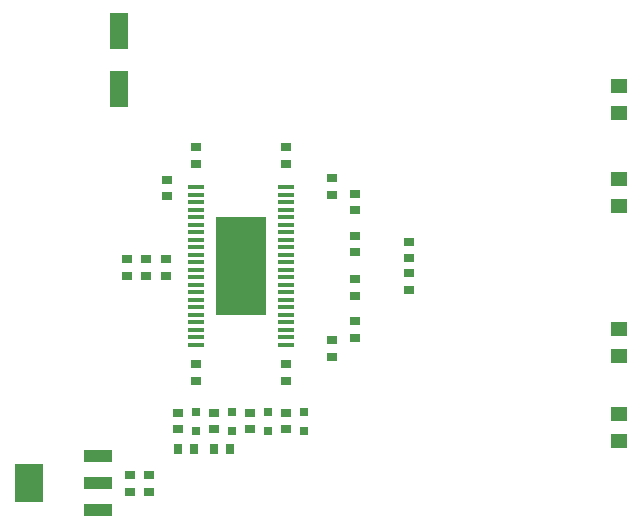
<source format=gtp>
G04*
G04 #@! TF.GenerationSoftware,Altium Limited,Altium Designer,20.2.7 (254)*
G04*
G04 Layer_Color=8421504*
%FSLAX24Y24*%
%MOIN*%
G70*
G04*
G04 #@! TF.SameCoordinates,4CE69676-7648-4ED1-8A92-EA0B7AD9E3AE*
G04*
G04*
G04 #@! TF.FilePolarity,Positive*
G04*
G01*
G75*
%ADD19R,0.0374X0.0315*%
%ADD20R,0.0315X0.0315*%
%ADD21R,0.0550X0.0500*%
%ADD22R,0.0630X0.1240*%
%ADD23R,0.1697X0.3252*%
%ADD24O,0.0551X0.0157*%
%ADD25R,0.0315X0.0374*%
%ADD26R,0.0945X0.0394*%
%ADD27R,0.0945X0.1299*%
D19*
X38146Y27474D02*
D03*
Y28025D02*
D03*
X31050Y25000D02*
D03*
Y24449D02*
D03*
X34050Y25000D02*
D03*
Y24449D02*
D03*
X35604Y25249D02*
D03*
Y25801D02*
D03*
X28750Y27949D02*
D03*
Y28500D02*
D03*
X29400Y27949D02*
D03*
Y28500D02*
D03*
X32846Y23381D02*
D03*
Y22829D02*
D03*
X34046Y23381D02*
D03*
Y22829D02*
D03*
X36346Y27826D02*
D03*
Y27274D02*
D03*
X30050Y28500D02*
D03*
Y27949D02*
D03*
X38146Y29076D02*
D03*
Y28525D02*
D03*
X30096Y30599D02*
D03*
Y31151D02*
D03*
X36346Y30124D02*
D03*
Y30676D02*
D03*
X31050Y31674D02*
D03*
Y32226D02*
D03*
X34050Y31674D02*
D03*
Y32226D02*
D03*
X35604Y30650D02*
D03*
Y31201D02*
D03*
X36346Y28724D02*
D03*
Y29276D02*
D03*
Y26426D02*
D03*
Y25874D02*
D03*
X30446Y23381D02*
D03*
Y22829D02*
D03*
X29496Y21301D02*
D03*
Y20749D02*
D03*
X28846Y21301D02*
D03*
Y20749D02*
D03*
X31646Y23381D02*
D03*
Y22829D02*
D03*
D20*
X33446Y22760D02*
D03*
Y23390D02*
D03*
X34646Y22760D02*
D03*
Y23390D02*
D03*
X31046Y22760D02*
D03*
Y23390D02*
D03*
X32246Y22760D02*
D03*
Y23390D02*
D03*
D21*
X45146Y30275D02*
D03*
Y31175D02*
D03*
Y33375D02*
D03*
Y34275D02*
D03*
Y25275D02*
D03*
Y26175D02*
D03*
Y22425D02*
D03*
Y23325D02*
D03*
D22*
X28496Y36090D02*
D03*
Y34160D02*
D03*
D23*
X32546Y28275D02*
D03*
D24*
X34042Y25650D02*
D03*
Y25900D02*
D03*
Y26150D02*
D03*
Y26400D02*
D03*
Y26650D02*
D03*
Y26900D02*
D03*
Y27150D02*
D03*
Y27400D02*
D03*
Y27650D02*
D03*
Y27900D02*
D03*
Y28150D02*
D03*
Y28400D02*
D03*
Y28650D02*
D03*
Y28900D02*
D03*
Y29150D02*
D03*
Y29400D02*
D03*
Y29650D02*
D03*
Y29900D02*
D03*
Y30150D02*
D03*
Y30400D02*
D03*
Y30650D02*
D03*
Y30900D02*
D03*
X31050Y25650D02*
D03*
Y25900D02*
D03*
Y26150D02*
D03*
Y26400D02*
D03*
Y26650D02*
D03*
Y26900D02*
D03*
Y27150D02*
D03*
Y27400D02*
D03*
Y27650D02*
D03*
Y27900D02*
D03*
Y28150D02*
D03*
Y28400D02*
D03*
Y28650D02*
D03*
Y28900D02*
D03*
Y29150D02*
D03*
Y29400D02*
D03*
Y29650D02*
D03*
Y29900D02*
D03*
Y30150D02*
D03*
Y30400D02*
D03*
Y30650D02*
D03*
Y30900D02*
D03*
D25*
X31001Y22175D02*
D03*
X30450D02*
D03*
X32201D02*
D03*
X31650D02*
D03*
D26*
X27787Y20119D02*
D03*
Y21025D02*
D03*
Y21931D02*
D03*
D27*
X25504Y21025D02*
D03*
M02*

</source>
